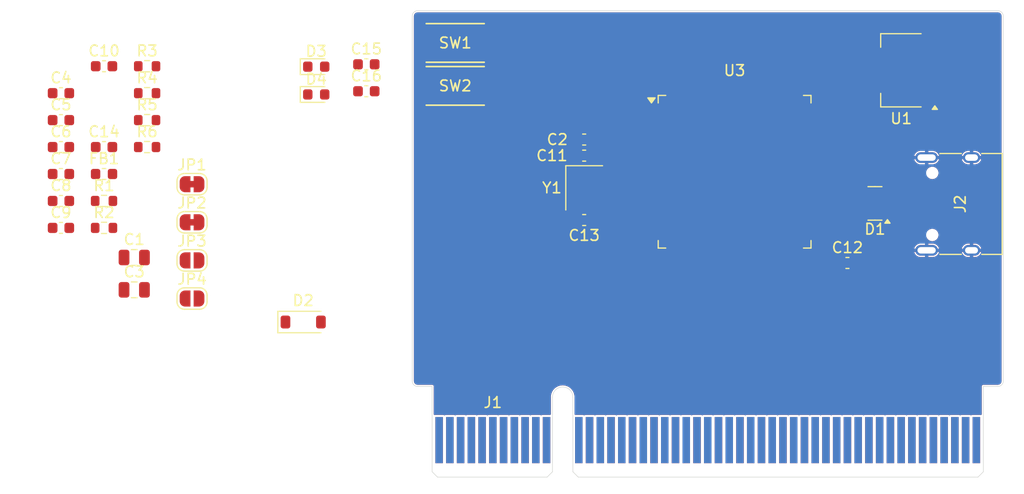
<source format=kicad_pcb>
(kicad_pcb (version 20241229) (generator "pcbnew") (generator_version "9.0")
  (layers (0 "F.Cu" signal) (4 "In1.Cu" signal) (6 "In2.Cu" signal) (2 "B.Cu" signal) (13 "F.Paste" user) (15 "B.Paste" user) (5 "F.SilkS" user "F.Silkscreen") (7 "B.SilkS" user "B.Silkscreen") (1 "F.Mask" user) (3 "B.Mask" user) (25 "Edge.Cuts" user))
  (net 0 "")
  (net 3 "Net-(U3-PH0)")
  (net 4 "Net-(U3-PH1)")
  (net 7 "Net-(U3-VCAP_1)")
  (net 11 "Net-(U3-VCAP_2)")
  (net 64 "+5V")
  (net 65 "GND")
  (net 66 "VBAT")
  (net 67 "+3V3")
  (net 68 "NRST")
  (net 69 "VA")
  (net 71 "PA11")
  (net 72 "PA12")
  (net 73 "VBUS")
  (net 74 "Net-(D3-K)")
  (net 75 "Net-(D4-K)")
  (net 76 "VDDA")
  (net 127 "Net-(J2-CC2)")
  (net 129 "Net-(J2-CC1)")
  (net 131 "HNRST")
  (net 132 "BO0")
  (net 133 "HBO0")
  (net 134 "PC13")
  (footprint "stm32world:USB_C_Receptacle_HRO_TYPE-C-31-M-12" (layer "F.Cu") (at 172.5 95 90)
    (property "Reference" "J2" (at 0 0 90) (layer "F.SilkS"))
    (property "Value" "TYPE-C-31-M-12")
    (pad "" np_thru_hole circle (at -2.89 -2.6 90) (size 0.65 0.65) (drill 0.65) (layers "*.Cu" "*.Mask"))
    (pad "" np_thru_hole circle (at 2.89 -2.6 90) (size 0.65 0.65) (drill 0.65) (layers "*.Cu" "*.Mask"))
    (pad "A1" smd rect (at -3.25 -4.045 90) (size 0.6 1.45) (layers "F.Cu" "F.Mask" "F.Paste") (net 65 "GND"))
    (pad "A4" smd rect (at -2.45 -4.045 90) (size 0.6 1.45) (layers "F.Cu" "F.Mask" "F.Paste") (net 73 "VBUS"))
    (pad "A5" smd rect (at -1.25 -4.045 90) (size 0.3 1.45) (layers "F.Cu" "F.Mask" "F.Paste") (net 129 "Net-(J2-CC1)"))
    (pad "A6" smd rect (at -0.25 -4.045 90) (size 0.3 1.45) (layers "F.Cu" "F.Mask" "F.Paste") (net 72 "PA12"))
    (pad "A7" smd rect (at 0.25 -4.045 90) (size 0.3 1.45) (layers "F.Cu" "F.Mask" "F.Paste") (net 71 "PA11"))
    (pad "A8" smd rect (at 1.25 -4.045 90) (size 0.3 1.45) (layers "F.Cu" "F.Mask" "F.Paste"))
    (pad "A9" smd rect (at 2.45 -4.045 90) (size 0.6 1.45) (layers "F.Cu" "F.Mask" "F.Paste") (net 73 "VBUS"))
    (pad "A12" smd rect (at 3.25 -4.045 90) (size 0.6 1.45) (layers "F.Cu" "F.Mask" "F.Paste") (net 65 "GND"))
    (pad "B1" smd rect (at 3.25 -4.045 90) (size 0.6 1.45) (layers "F.Cu" "F.Mask" "F.Paste") (net 65 "GND"))
    (pad "B4" smd rect (at 2.45 -4.045 90) (size 0.6 1.45) (layers "F.Cu" "F.Mask" "F.Paste") (net 73 "VBUS"))
    (pad "B5" smd rect (at 1.75 -4.045 90) (size 0.3 1.45) (layers "F.Cu" "F.Mask" "F.Paste") (net 127 "Net-(J2-CC2)"))
    (pad "B6" smd rect (at 0.75 -4.045 90) (size 0.3 1.45) (layers "F.Cu" "F.Mask" "F.Paste") (net 72 "PA12"))
    (pad "B7" smd rect (at -0.75 -4.045 90) (size 0.3 1.45) (layers "F.Cu" "F.Mask" "F.Paste") (net 71 "PA11"))
    (pad "B8" smd rect (at -1.75 -4.045 90) (size 0.3 1.45) (layers "F.Cu" "F.Mask" "F.Paste"))
    (pad "B9" smd rect (at -2.45 -4.045 90) (size 0.6 1.45) (layers "F.Cu" "F.Mask" "F.Paste") (net 73 "VBUS"))
    (pad "B12" smd rect (at -3.25 -4.045 90) (size 0.6 1.45) (layers "F.Cu" "F.Mask" "F.Paste") (net 65 "GND"))
    (pad "S1" thru_hole oval (at -4.32 -3.13 90) (size 1 2.1) (drill oval 0.6 1.7) (layers "*.Cu" "*.Mask") (net 65 "GND"))
    (pad "S1" thru_hole oval (at -4.32 1.05 90) (size 1 1.6) (drill oval 0.6 1.2) (layers "*.Cu" "*.Mask") (net 65 "GND"))
    (pad "S1" thru_hole oval (at 4.32 -3.13 90) (size 1 2.1) (drill oval 0.6 1.7) (layers "*.Cu" "*.Mask") (net 65 "GND"))
    (pad "S1" thru_hole oval (at 4.32 1.05 90) (size 1 1.6) (drill oval 0.6 1.2) (layers "*.Cu" "*.Mask") (net 65 "GND"))
  )
  (footprint "Capacitor_SMD:C_0603_1608Metric" (layer "F.Cu") (at 92.815 89.7)
    (property "Reference" "C14" (at 0 -1.43 0) (layer "F.SilkS"))
    (property "Value" "C_2.2UF_0603")
    (pad "1" smd roundrect (at -0.775 0) (size 0.9 0.95) (layers "F.Cu" "F.Mask" "F.Paste") (net 11 "Net-(U3-VCAP_2)"))
    (pad "2" smd roundrect (at 0.775 0) (size 0.9 0.95) (layers "F.Cu" "F.Mask" "F.Paste") (net 65 "GND"))
  )
  (footprint "Capacitor_SMD:C_0603_1608Metric" (layer "F.Cu") (at 137.5 90.5)
    (property "Reference" "C11" (at -3 0 0) (layer "F.SilkS"))
    (property "Value" "C_20PF_0603")
    (pad "1" smd roundrect (at -0.775 0) (size 0.9 0.95) (layers "F.Cu" "F.Mask" "F.Paste") (net 3 "Net-(U3-PH0)"))
    (pad "2" smd roundrect (at 0.775 0) (size 0.9 0.95) (layers "F.Cu" "F.Mask" "F.Paste") (net 65 "GND"))
  )
  (footprint "LED_SMD:LED_0603_1608Metric" (layer "F.Cu") (at 112.565 82.21)
    (property "Reference" "D3" (at 0 -1.43 0) (layer "F.SilkS"))
    (property "Value" "LED_GREEN_0603")
    (pad "1" smd roundrect (at -0.7875 0) (size 0.875 0.95) (layers "F.Cu" "F.Mask" "F.Paste") (net 74 "Net-(D3-K)"))
    (pad "2" smd roundrect (at 0.7875 0) (size 0.875 0.95) (layers "F.Cu" "F.Mask" "F.Paste") (net 67 "+3V3"))
  )
  (footprint "Capacitor_SMD:C_0805_2012Metric" (layer "F.Cu") (at 95.625 99.99)
    (property "Reference" "C1" (at 0 -1.68 0) (layer "F.SilkS"))
    (property "Value" "C_10UF_0805")
    (pad "1" smd roundrect (at -0.95 0) (size 1 1.45) (layers "F.Cu" "F.Mask" "F.Paste") (net 64 "+5V"))
    (pad "2" smd roundrect (at 0.95 0) (size 1 1.45) (layers "F.Cu" "F.Mask" "F.Paste") (net 65 "GND"))
  )
  (footprint "stm32world:STMW_Board" (layer "F.Cu") (at 124 117)
    (property "Reference" "J1" (at 5 -3.5 0) (layer "F.SilkS"))
    (property "Value" "~")
    (fp_line (start -2.5 -5.5) (end -2.5 -39.5) (stroke (width 0.05)) (layer "Edge.Cuts"))
    (fp_line (start -2 -40) (end 52 -40) (stroke (width 0.05)) (layer "Edge.Cuts"))
    (fp_line (start -0.65 -5) (end -2 -5) (stroke (width 0.05)) (layer "Edge.Cuts"))
    (fp_line (start -0.65 -5) (end -0.65 2.95) (stroke (width 0.05)) (layer "Edge.Cuts"))
    (fp_line (start -0.65 2.95) (end -0.15 3.45) (stroke (width 0.05)) (layer "Edge.Cuts"))
    (fp_line (start -0.15 3.45) (end 10.05 3.45) (stroke (width 0.05)) (layer "Edge.Cuts"))
    (fp_line (start 10.55 -4) (end 10.55 2.95) (stroke (width 0.05)) (layer "Edge.Cuts"))
    (fp_line (start 10.55 2.95) (end 10.05 3.45) (stroke (width 0.05)) (layer "Edge.Cuts"))
    (fp_line (start 12.45 -4) (end 12.45 2.95) (stroke (width 0.05)) (layer "Edge.Cuts"))
    (fp_line (start 12.45 2.95) (end 12.95 3.45) (stroke (width 0.05)) (layer "Edge.Cuts"))
    (fp_line (start 12.95 3.45) (end 50.15 3.45) (stroke (width 0.05)) (layer "Edge.Cuts"))
    (fp_line (start 50.65 -5) (end 50.65 2.95) (stroke (width 0.05)) (layer "Edge.Cuts"))
    (fp_line (start 50.65 -5) (end 52 -5) (stroke (width 0.05)) (layer "Edge.Cuts"))
    (fp_line (start 50.65 2.95) (end 50.15 3.45) (stroke (width 0.05)) (layer "Edge.Cuts"))
    (fp_line (start 52.5 -39.5) (end 52.5 -5.5) (stroke (width 0.05)) (layer "Edge.Cuts"))
    (fp_arc (start -2.5 -39.5) (mid -2.353553 -39.853553) (end -2 -40) (stroke (width 0.05)) (layer "Edge.Cuts"))
    (fp_arc (start -2 -5) (mid -2.353553 -5.146447) (end -2.5 -5.5) (stroke (width 0.05)) (layer "Edge.Cuts"))
    (fp_arc (start 10.55 -4) (mid 11.5 -4.95) (end 12.45 -4) (stroke (width 0.05)) (layer "Edge.Cuts"))
    (fp_arc (start 52 -40) (mid 52.353553 -39.853553) (end 52.5 -39.5) (stroke (width 0.05)) (layer "Edge.Cuts"))
    (fp_arc (start 52.5 -5.5) (mid 52.353553 -5.146447) (end 52 -5) (stroke (width 0.05)) (layer "Edge.Cuts"))
    (pad "A1" connect rect (at 0 0) (size 0.7 4.3) (layers "B.Cu" "B.Mask"))
    (pad "A2" connect rect (at 1 0) (size 0.7 4.3) (layers "B.Cu" "B.Mask"))
    (pad "A3" connect rect (at 2 0) (size 0.7 4.3) (layers "B.Cu" "B.Mask"))
    (pad "A4" connect rect (at 3 0) (size 0.7 4.3) (layers "B.Cu" "B.Mask"))
    (pad "A5" connect rect (at 4 0) (size 0.7 4.3) (layers "B.Cu" "B.Mask"))
    (pad "A6" connect rect (at 5 0) (size 0.7 4.3) (layers "B.Cu" "B.Mask"))
    (pad "A7" connect rect (at 6 0) (size 0.7 4.3) (layers "B.Cu" "B.Mask"))
    (pad "A8" connect rect (at 7 0) (size 0.7 4.3) (layers "B.Cu" "B.Mask"))
    (pad "A9" connect rect (at 8 0) (size 0.7 4.3) (layers "B.Cu" "B.Mask"))
    (pad "A10" connect rect (at 9 0) (size 0.7 4.3) (layers "B.Cu" "B.Mask"))
    (pad "A11" connect rect (at 10 0) (size 0.7 4.3) (layers "B.Cu" "B.Mask"))
    (pad "A12" connect rect (at 13 0) (size 0.7 4.3) (layers "B.Cu" "B.Mask"))
    (pad "A13" connect rect (at 14 0) (size 0.7 4.3) (layers "B.Cu" "B.Mask"))
    (pad "A14" connect rect (at 15 0) (size 0.7 4.3) (layers "B.Cu" "B.Mask"))
    (pad "A15" connect rect (at 16 0) (size 0.7 4.3) (layers "B.Cu" "B.Mask"))
    (pad "A16" connect rect (at 17 0) (size 0.7 4.3) (layers "B.Cu" "B.Mask"))
    (pad "A17" connect rect (at 18 0) (size 0.7 4.3) (layers "B.Cu" "B.Mask"))
    (pad "A18" connect rect (at 19 0) (size 0.7 4.3) (layers "B.Cu" "B.Mask"))
    (pad "A19" connect rect (at 20 0) (size 0.7 4.3) (layers "B.Cu" "B.Mask"))
    (pad "A20" connect rect (at 21 0) (size 0.7 4.3) (layers "B.Cu" "B.Mask"))
    (pad "A21" connect rect (at 22 0) (size 0.7 4.3) (layers "B.Cu" "B.Mask"))
    (pad "A22" connect rect (at 23 0) (size 0.7 4.3) (layers "B.Cu" "B.Mask"))
    (pad "A23" connect rect (at 24 0) (size 0.7 4.3) (layers "B.Cu" "B.Mask"))
    (pad "A24" connect rect (at 25 0) (size 0.7 4.3) (layers "B.Cu" "B.Mask"))
    (pad "A25" connect rect (at 26 0) (size 0.7 4.3) (layers "B.Cu" "B.Mask"))
    (pad "A26" connect rect (at 27 0) (size 0.7 4.3) (layers "B.Cu" "B.Mask"))
    (pad "A27" connect rect (at 28 0) (size 0.7 4.3) (layers "B.Cu" "B.Mask"))
    (pad "A28" connect rect (at 29 0) (size 0.7 4.3) (layers "B.Cu" "B.Mask"))
    (pad "A29" connect rect (at 30 0) (size 0.7 4.3) (layers "B.Cu" "B.Mask"))
    (pad "A30" connect rect (at 31 0) (size 0.7 4.3) (layers "B.Cu" "B.Mask"))
    (pad "A31" connect rect (at 32 0) (size 0.7 4.3) (layers "B.Cu" "B.Mask"))
    (pad "A32" connect rect (at 33 0) (size 0.7 4.3) (layers "B.Cu" "B.Mask"))
    (pad "A33" connect rect (at 34 0) (size 0.7 4.3) (layers "B.Cu" "B.Mask"))
    (pad "A34" connect rect (at 35 0) (size 0.7 4.3) (layers "B.Cu" "B.Mask"))
    (pad "A35" connect rect (at 36 0) (size 0.7 4.3) (layers "B.Cu" "B.Mask"))
    (pad "A36" connect rect (at 37 0) (size 0.7 4.3) (layers "B.Cu" "B.Mask"))
    (pad "A37" connect rect (at 38 0) (size 0.7 4.3) (layers "B.Cu" "B.Mask"))
    (pad "A38" connect rect (at 39 0) (size 0.7 4.3) (layers "B.Cu" "B.Mask"))
    (pad "A39" connect rect (at 40 0) (size 0.7 4.3) (layers "B.Cu" "B.Mask"))
    (pad "A40" connect rect (at 41 0) (size 0.7 4.3) (layers "B.Cu" "B.Mask"))
    (pad "A41" connect rect (at 42 0) (size 0.7 4.3) (layers "B.Cu" "B.Mask"))
    (pad "A42" connect rect (at 43 0) (size 0.7 4.3) (layers "B.Cu" "B.Mask"))
    (pad "A43" connect rect (at 44 0) (size 0.7 4.3) (layers "B.Cu" "B.Mask"))
    (pad "A44" connect rect (at 45 0) (size 0.7 4.3) (layers "B.Cu" "B.Mask"))
    (pad "A45" connect rect (at 46 0) (size 0.7 4.3) (layers "B.Cu" "B.Mask"))
    (pad "A46" connect rect (at 47 0) (size 0.7 4.3) (layers "B.Cu" "B.Mask"))
    (pad "A47" connect rect (at 48 0) (size 0.7 4.3) (layers "B.Cu" "B.Mask"))
    (pad "A48" connect rect (at 49 0) (size 0.7 4.3) (layers "B.Cu" "B.Mask"))
    (pad "A49" connect rect (at 50 0) (size 0.7 4.3) (layers "B.Cu" "B.Mask"))
    (pad "B1" connect rect (at 0 0) (size 0.7 4.3) (layers "F.Cu" "F.Mask"))
    (pad "B2" connect rect (at 1 0) (size 0.7 4.3) (layers "F.Cu" "F.Mask"))
    (pad "B3" connect rect (at 2 0) (size 0.7 4.3) (layers "F.Cu" "F.Mask"))
    (pad "B4" connect rect (at 3 0) (size 0.7 4.3) (layers "F.Cu" "F.Mask"))
    (pad "B5" connect rect (at 4 0) (size 0.7 4.3) (layers "F.Cu" "F.Mask"))
    (pad "B6" connect rect (at 5 0) (size 0.7 4.3) (layers "F.Cu" "F.Mask"))
    (pad "B7" connect rect (at 6 0) (size 0.7 4.3) (layers "F.Cu" "F.Mask"))
    (pad "B8" connect rect (at 7 0) (size 0.7 4.3) (layers "F.Cu" "F.Mask"))
    (pad "B9" connect rect (at 8 0) (size 0.7 4.3) (layers "F.Cu" "F.Mask"))
    (pad "B10" connect rect (at 9 0) (size 0.7 4.3) (layers "F.Cu" "F.Mask"))
    (pad "B11" connect rect (at 10 0) (size 0.7 4.3) (layers "F.Cu" "F.Mask"))
    (pad "B12" connect rect (at 13 0) (size 0.7 4.3) (layers "F.Cu" "F.Mask"))
    (pad "B13" connect rect (at 14 0) (size 0.7 4.3) (layers "F.Cu" "F.Mask"))
    (pad "B14" connect rect (at 15 0) (size 0.7 4.3) (layers "F.Cu" "F.Mask"))
    (pad "B15" connect rect (at 16 0) (size 0.7 4.3) (layers "F.Cu" "F.Mask"))
    (pad "B16" connect rect (at 17 0) (size 0.7 4.3) (layers "F.Cu" "F.Mask"))
    (pad "B17" connect rect (at 18 0) (size 0.7 4.3) (layers "F.Cu" "F.Mask"))
    (pad "B18" connect rect (at 19 0) (size 0.7 4.3) (layers "F.Cu" "F.Mask"))
    (pad "B19" connect rect (at 20 0) (size 0.7 4.3) (layers "F.Cu" "F.Mask"))
    (pad "B20" connect rect (at 21 0) (size 0.7 4.3) (layers "F.Cu" "F.Mask"))
    (pad "B21" connect rect (at 22 0) (size 0.7 4.3) (layers "F.Cu" "F.Mask"))
    (pad "B22" connect rect (at 23 0) (size 0.7 4.3) (layers "F.Cu" "F.Mask"))
    (pad "B23" connect rect (at 24 0) (size 0.7 4.3) (layers "F.Cu" "F.Mask"))
    (pad "B24" connect rect (at 25 0) (size 0.7 4.3) (layers "F.Cu" "F.Mask"))
    (pad "B25" connect rect (at 26 0) (size 0.7 4.3) (layers "F.Cu" "F.Mask"))
    (pad "B26" connect rect (at 27 0) (size 0.7 4.3) (layers "F.Cu" "F.Mask"))
    (pad "B27" connect rect (at 28 0) (size 0.7 4.3) (layers "F.Cu" "F.Mask"))
    (pad "B28" connect rect (at 29 0) (size 0.7 4.3) (layers "F.Cu" "F.Mask"))
    (pad "B29" connect rect (at 30 0) (size 0.7 4.3) (layers "F.Cu" "F.Mask"))
    (pad "B30" connect rect (at 31 0) (size 0.7 4.3) (layers "F.Cu" "F.Mask"))
    (pad "B31" connect rect (at 32 0) (size 0.7 4.3) (layers "F.Cu" "F.Mask"))
    (pad "B32" connect rect (at 33 0) (size 0.7 4.3) (layers "F.Cu" "F.Mask"))
    (pad "B33" connect rect (at 34 0) (size 0.7 4.3) (layers "F.Cu" "F.Mask"))
    (pad "B34" connect rect (at 35 0) (size 0.7 4.3) (layers "F.Cu" "F.Mask"))
    (pad "B35" connect rect (at 36 0) (size 0.7 4.3) (layers "F.Cu" "F.Mask"))
    (pad "B36" connect rect (at 37 0) (size 0.7 4.3) (layers "F.Cu" "F.Mask"))
    (pad "B37" connect rect (at 38 0) (size 0.7 4.3) (layers "F.Cu" "F.Mask"))
    (pad "B38" connect rect (at 39 0) (size 0.7 4.3) (layers "F.Cu" "F.Mask"))
    (pad "B39" connect rect (at 40 0) (size 0.7 4.3) (layers "F.Cu" "F.Mask"))
    (pad "B40" connect rect (at 41 0) (size 0.7 4.3) (layers "F.Cu" "F.Mask"))
    (pad "B41" connect rect (at 42 0) (size 0.7 4.3) (layers "F.Cu" "F.Mask"))
    (pad "B42" connect rect (at 43 0) (size 0.7 4.3) (layers "F.Cu" "F.Mask"))
    (pad "B43" connect rect (at 44 0) (size 0.7 4.3) (layers "F.Cu" "F.Mask"))
    (pad "B44" connect rect (at 45 0) (size 0.7 4.3) (layers "F.Cu" "F.Mask"))
    (pad "B45" connect rect (at 46 0) (size 0.7 4.3) (layers "F.Cu" "F.Mask"))
    (pad "B46" connect rect (at 47 0) (size 0.7 4.3) (layers "F.Cu" "F.Mask"))
    (pad "B47" connect rect (at 48 0) (size 0.7 4.3) (layers "F.Cu" "F.Mask"))
    (pad "B48" connect rect (at 49 0) (size 0.7 4.3) (layers "F.Cu" "F.Mask"))
    (pad "B49" connect rect (at 50 0) (size 0.7 4.3) (layers "F.Cu" "F.Mask"))
  )
  (footprint "Package_TO_SOT_SMD:SOT-23" (layer "F.Cu") (at 164.5625 94.95 180)
    (property "Reference" "D1" (at 0 -2.4 0) (layer "F.SilkS"))
    (property "Value" "PSM712")
    (pad "1" smd roundrect (at -0.9375 -0.95 180) (size 1.475 0.6) (layers "F.Cu" "F.Mask" "F.Paste") (net 71 "PA11"))
    (pad "2" smd roundrect (at -0.9375 0.95 180) (size 1.475 0.6) (layers "F.Cu" "F.Mask" "F.Paste") (net 72 "PA12"))
    (pad "3" smd roundrect (at 0.9375 0 180) (size 1.475 0.6) (layers "F.Cu" "F.Mask" "F.Paste") (net 65 "GND"))
  )
  (footprint "Jumper:SolderJumper-2_P1.3mm_Open_RoundedPad1.0x1.5mm" (layer "F.Cu") (at 101.005 100.26)
    (property "Reference" "JP3" (at 0 -1.8 0) (layer "F.SilkS"))
    (property "Value" "SolderJumper_2_Open")
    (pad "1" smd custom (at -0.65 0) (size 1 0.5) (layers "F.Cu" "F.Mask") (net 68 "NRST") (options (clearance outline) (anchor rect)) (primitives (gr_circle (center 0 0.25) (end 0.5 0.25) (width 0) (fill yes)) (gr_circle (center 0 -0.25) (end 0.5 -0.25) (width 0) (fill yes)) (gr_poly (pts (xy 0.5 0.75) (xy 0 0.75) (xy 0 -0.75) (xy 0.5 -0.75)) (width 0) (fill yes))))
    (pad "2" smd custom (at 0.65 0) (size 1 0.5) (layers "F.Cu" "F.Mask") (net 131 "HNRST") (options (clearance outline) (anchor rect)) (primitives (gr_circle (center 0 0.25) (end 0.5 0.25) (width 0) (fill yes)) (gr_circle (center 0 -0.25) (end 0.5 -0.25) (width 0) (fill yes)) (gr_poly (pts (xy 0 0.75) (xy -0.5 0.75) (xy -0.5 -0.75) (xy 0 -0.75)) (width 0) (fill yes))))
  )
  (footprint "Resistor_SMD:R_0603_1608Metric" (layer "F.Cu") (at 92.815 94.72)
    (property "Reference" "R1" (at 0 -1.43 0) (layer "F.SilkS"))
    (property "Value" "R_5.1K_0603")
    (pad "1" smd roundrect (at -0.825 0) (size 0.8 0.95) (layers "F.Cu" "F.Mask" "F.Paste") (net 65 "GND"))
    (pad "2" smd roundrect (at 0.825 0) (size 0.8 0.95) (layers "F.Cu" "F.Mask" "F.Paste") (net 129 "Net-(J2-CC1)"))
  )
  (footprint "Package_QFP:LQFP-100_14x14mm_P0.5mm" (layer "F.Cu") (at 151.5 92)
    (property "Reference" "U3" (at 0 -9.43 0) (layer "F.SilkS"))
    (property "Value" "STM32F407VETx")
    (pad "1" smd roundrect (at -7.675 -6) (size 1.6 0.3) (layers "F.Cu" "F.Mask" "F.Paste"))
    (pad "2" smd roundrect (at -7.675 -5.5) (size 1.6 0.3) (layers "F.Cu" "F.Mask" "F.Paste"))
    (pad "3" smd roundrect (at -7.675 -5) (size 1.6 0.3) (layers "F.Cu" "F.Mask" "F.Paste"))
    (pad "4" smd roundrect (at -7.675 -4.5) (size 1.6 0.3) (layers "F.Cu" "F.Mask" "F.Paste"))
    (pad "5" smd roundrect (at -7.675 -4) (size 1.6 0.3) (layers "F.Cu" "F.Mask" "F.Paste"))
    (pad "6" smd roundrect (at -7.675 -3.5) (size 1.6 0.3) (layers "F.Cu" "F.Mask" "F.Paste") (net 66 "VBAT"))
    (pad "7" smd roundrect (at -7.675 -3) (size 1.6 0.3) (layers "F.Cu" "F.Mask" "F.Paste"))
    (pad "8" smd roundrect (at -7.675 -2.5) (size 1.6 0.3) (layers "F.Cu" "F.Mask" "F.Paste"))
    (pad "9" smd roundrect (at -7.675 -2) (size 1.6 0.3) (layers "F.Cu" "F.Mask" "F.Paste"))
    (pad "10" smd roundrect (at -7.675 -1.5) (size 1.6 0.3) (layers "F.Cu" "F.Mask" "F.Paste") (net 65 "GND"))
    (pad "11" smd roundrect (at -7.675 -1) (size 1.6 0.3) (layers "F.Cu" "F.Mask" "F.Paste") (net 67 "+3V3"))
    (pad "12" smd roundrect (at -7.675 -0.5) (size 1.6 0.3) (layers "F.Cu" "F.Mask" "F.Paste") (net 3 "Net-(U3-PH0)"))
    (pad "13" smd roundrect (at -7.675 0) (size 1.6 0.3) (layers "F.Cu" "F.Mask" "F.Paste") (net 4 "Net-(U3-PH1)"))
    (pad "14" smd roundrect (at -7.675 0.5) (size 1.6 0.3) (layers "F.Cu" "F.Mask" "F.Paste") (net 68 "NRST"))
    (pad "15" smd roundrect (at -7.675 1) (size 1.6 0.3) (layers "F.Cu" "F.Mask" "F.Paste"))
    (pad "16" smd roundrect (at -7.675 1.5) (size 1.6 0.3) (layers "F.Cu" "F.Mask" "F.Paste"))
    (pad "17" smd roundrect (at -7.675 2) (size 1.6 0.3) (layers "F.Cu" "F.Mask" "F.Paste"))
    (pad "18" smd roundrect (at -7.675 2.5) (size 1.6 0.3) (layers "F.Cu" "F.Mask" "F.Paste"))
    (pad "19" smd roundrect (at -7.675 3) (size 1.6 0.3) (layers "F.Cu" "F.Mask" "F.Paste") (net 67 "+3V3"))
    (pad "20" smd roundrect (at -7.675 3.5) (size 1.6 0.3) (layers "F.Cu" "F.Mask" "F.Paste") (net 65 "GND"))
    (pad "21" smd roundrect (at -7.675 4) (size 1.6 0.3) (layers "F.Cu" "F.Mask" "F.Paste"))
    (pad "22" smd roundrect (at -7.675 4.5) (size 1.6 0.3) (layers "F.Cu" "F.Mask" "F.Paste") (net 69 "VA"))
    (pad "23" smd roundrect (at -7.675 5) (size 1.6 0.3) (layers "F.Cu" "F.Mask" "F.Paste"))
    (pad "24" smd roundrect (at -7.675 5.5) (size 1.6 0.3) (layers "F.Cu" "F.Mask" "F.Paste"))
    (pad "25" smd roundrect (at -7.675 6) (size 1.6 0.3) (layers "F.Cu" "F.Mask" "F.Paste"))
    (pad "26" smd roundrect (at -6 7.675) (size 0.3 1.6) (layers "F.Cu" "F.Mask" "F.Paste"))
    (pad "27" smd roundrect (at -5.5 7.675) (size 0.3 1.6) (layers "F.Cu" "F.Mask" "F.Paste") (net 65 "GND"))
    (pad "28" smd roundrect (at -5 7.675) (size 0.3 1.6) (layers "F.Cu" "F.Mask" "F.Paste") (net 67 "+3V3"))
    (pad "29" smd roundrect (at -4.5 7.675) (size 0.3 1.6) (layers "F.Cu" "F.Mask" "F.Paste"))
    (pad "30" smd roundrect (at -4 7.675) (size 0.3 1.6) (layers "F.Cu" "F.Mask" "F.Paste"))
    (pad "31" smd roundrect (at -3.5 7.675) (size 0.3 1.6) (layers "F.Cu" "F.Mask" "F.Paste"))
    (pad "32" smd roundrect (at -3 7.675) (size 0.3 1.6) (layers "F.Cu" "F.Mask" "F.Paste"))
    (pad "33" smd roundrect (at -2.5 7.675) (size 0.3 1.6) (layers "F.Cu" "F.Mask" "F.Paste"))
    (pad "34" smd roundrect (at -2 7.675) (size 0.3 1.6) (layers "F.Cu" "F.Mask" "F.Paste"))
    (pad "35" smd roundrect (at -1.5 7.675) (size 0.3 1.6) (layers "F.Cu" "F.Mask" "F.Paste"))
    (pad "36" smd roundrect (at -1 7.675) (size 0.3 1.6) (layers "F.Cu" "F.Mask" "F.Paste"))
    (pad "37" smd roundrect (at -0.5 7.675) (size 0.3 1.6) (layers "F.Cu" "F.Mask" "F.Paste"))
    (pad "38" smd roundrect (at 0 7.675) (size 0.3 1.6) (layers "F.Cu" "F.Mask" "F.Paste"))
    (pad "39" smd roundrect (at 0.5 7.675) (size 0.3 1.6) (layers "F.Cu" "F.Mask" "F.Paste"))
    (pad "40" smd roundrect (at 1 7.675) (size 0.3 1.6) (layers "F.Cu" "F.Mask" "F.Paste"))
    (pad "41" smd roundrect (at 1.5 7.675) (size 0.3 1.6) (layers "F.Cu" "F.Mask" "F.Paste"))
    (pad "42" smd roundrect (at 2 7.675) (size 0.3 1.6) (layers "F.Cu" "F.Mask" "F.Paste"))
    (pad "43" smd roundrect (at 2.5 7.675) (size 0.3 1.6) (layers "F.Cu" "F.Mask" "F.Paste"))
    (pad "44" smd roundrect (at 3 7.675) (size 0.3 1.6) (layers "F.Cu" "F.Mask" "F.Paste"))
    (pad "45" smd roundrect (at 3.5 7.675) (size 0.3 1.6) (layers "F.Cu" "F.Mask" "F.Paste"))
    (pad "46" smd roundrect (at 4 7.675) (size 0.3 1.6) (layers "F.Cu" "F.Mask" "F.Paste"))
    (pad "47" smd roundrect (at 4.5 7.675) (size 0.3 1.6) (layers "F.Cu" "F.Mask" "F.Paste"))
    (pad "48" smd roundrect (at 5 7.675) (size 0.3 1.6) (layers "F.Cu" "F.Mask" "F.Paste"))
    (pad "49" smd roundrect (at 5.5 7.675) (size 0.3 1.6) (layers "F.Cu" "F.Mask" "F.Paste") (net 7 "Net-(U3-VCAP_1)"))
    (pad "50" smd roundrect (at 6 7.675) (size 0.3 1.6) (layers "F.Cu" "F.Mask" "F.Paste") (net 67 "+3V3"))
    (pad "51" smd roundrect (at 7.675 6) (size 1.6 0.3) (layers "F.Cu" "F.Mask" "F.Paste"))
    (pad "52" smd roundrect (at 7.675 5.5) (size 1.6 0.3) (layers "F.Cu" "F.Mask" "F.Paste"))
    (pad "53" smd roundrect (at 7.675 5) (size 1.6 0.3) (layers "F.Cu" "F.Mask" "F.Paste"))
    (pad "54" smd roundrect (at 7.675 4.5) (size 1.6 0.3) (layers "F.Cu" "F.Mask" "F.Paste"))
    (pad "55" smd roundrect (at 7.675 4) (size 1.6 0.3) (layers "F.Cu" "F.Mask" "F.Paste"))
    (pad "56" smd roundrect (at 7.675 3.5) (size 1.6 0.3) (layers "F.Cu" "F.Mask" "F.Paste"))
    (pad "57" smd roundrect (at 7.675 3) (size 1.6 0.3) (layers "F.Cu" "F.Mask" "F.Paste"))
    (pad "58" smd roundrect (at 7.675 2.5) (size 1.6 0.3) (layers "F.Cu" "F.Mask" "F.Paste"))
    (pad "59" smd roundrect (at 7.675 2) (size 1.6 0.3) (layers "F.Cu" "F.Mask" "F.Paste"))
    (pad "60" smd roundrect (at 7.675 1.5) (size 1.6 0.3) (layers "F.Cu" "F.Mask" "F.Paste"))
    (pad "61" smd roundrect (at 7.675 1) (size 1.6 0.3) (layers "F.Cu" "F.Mask" "F.Paste"))
    (pad "62" smd roundrect (at 7.675 0.5) (size 1.6 0.3) (layers "F.Cu" "F.Mask" "F.Paste"))
    (pad "63" smd roundrect (at 7.675 0) (size 1.6 0.3) (layers "F.Cu" "F.Mask" "F.Paste"))
    (pad "64" smd roundrect (at 7.675 -0.5) (size 1.6 0.3) (layers "F.Cu" "F.Mask" "F.Paste"))
    (pad "65" smd roundrect (at 7.675 -1) (size 1.6 0.3) (layers "F.Cu" "F.Mask" "F.Paste"))
    (pad "66" smd roundrect (at 7.675 -1.5) (size 1.6 0.3) (layers "F.Cu" "F.Mask" "F.Paste"))
    (pad "67" smd roundrect (at 7.675 -2) (size 1.6 0.3) (layers "F.Cu" "F.Mask" "F.Paste"))
    (pad "68" smd roundrect (at 7.675 -2.5) (size 1.6 0.3) (layers "F.Cu" "F.Mask" "F.Paste"))
    (pad "69" smd roundrect (at 7.675 -3) (size 1.6 0.3) (layers "F.Cu" "F.Mask" "F.Paste"))
    (pad "70" smd roundrect (at 7.675 -3.5) (size 1.6 0.3) (layers "F.Cu" "F.Mask" "F.Paste") (net 71 "PA11"))
    (pad "71" smd roundrect (at 7.675 -4) (size 1.6 0.3) (layers "F.Cu" "F.Mask" "F.Paste") (net 72 "PA12"))
    (pad "72" smd roundrect (at 7.675 -4.5) (size 1.6 0.3) (layers "F.Cu" "F.Mask" "F.Paste"))
    (pad "73" smd roundrect (at 7.675 -5) (size 1.6 0.3) (layers "F.Cu" "F.Mask" "F.Paste") (net 11 "Net-(U3-VCAP_2)"))
    (pad "74" smd roundrect (at 7.675 -5.5) (size 1.6 0.3) (layers "F.Cu" "F.Mask" "F.Paste") (net 65 "GND"))
    (pad "75" smd roundrect (at 7.675 -6) (size 1.6 0.3) (layers "F.Cu" "F.Mask" "F.Paste") (net 67 "+3V3"))
    (pad "76" smd roundrect (at 6 -7.675) (size 0.3 1.6) (layers "F.Cu" "F.Mask" "F.Paste"))
    (pad "77" smd roundrect (at 5.5 -7.675) (size 0.3 1.6) (layers "F.Cu" "F.Mask" "F.Paste"))
    (pad "78" smd roundrect (at 5 -7.675) (size 0.3 1.6) (layers "F.Cu" "F.Mask" "F.Paste"))
    (pad "79" smd roundrect (at 4.5 -7.675) (size 0.3 1.6) (layers "F.Cu" "F.Mask" "F.Paste"))
    (pad "80" smd roundrect (at 4 -7.675) (size 0.3 1.6) (layers "F.Cu" "F.Mask" "F.Paste"))
    (pad "81" smd roundrect (at 3.5 -7.675) (size 0.3 1.6) (layers "F.Cu" "F.Mask" "F.Paste"))
    (pad "82" smd roundrect (at 3 -7.675) (size 0.3 1.6) (layers "F.Cu" "F.Mask" "F.Paste"))
    (pad "83" smd roundrect (at 2.5 -7.675) (size 0.3 1.6) (layers "F.Cu" "F.Mask" "F.Paste"))
    (pad "84" smd roundrect (at 2 -7.675) (size 0.3 1.6) (layers "F.Cu" "F.Mask" "F.Paste"))
    (pad "85" smd roundrect (at 1.5 -7.675) (size 0.3 1.6) (layers "F.Cu" "F.Mask" "F.Paste"))
    (pad "86" smd roundrect (at 1 -7.675) (size 0.3 1.6) (layers "F.Cu" "F.Mask" "F.Paste"))
    (pad "87" smd roundrect (at 0.5 -7.675) (size 0.3 1.6) (layers "F.Cu" "F.Mask" "F.Paste"))
    (pad "88" smd roundrect (at 0 -7.675) (size 0.3 1.6) (layers "F.Cu" "F.Mask" "F.Paste"))
    (pad "89" smd roundrect (at -0.5 -7.675) (size 0.3 1.6) (layers "F.Cu" "F.Mask" "F.Paste"))
    (pad "90" smd roundrect (at -1 -7.675) (size 0.3 1.6) (layers "F.Cu" "F.Mask" "F.Paste"))
    (pad "91" smd roundrect (at -1.5 -7.675) (size 0.3 1.6) (layers "F.Cu" "F.Mask" "F.Paste"))
    (pad "92" smd roundrect (at -2 -7.675) (size 0.3 1.6) (layers "F.Cu" "F.Mask" "F.Paste"))
    (pad "93" smd roundrect (at -2.5 -7.675) (size 0.3 1.6) (layers "F.Cu" "F.Mask" "F.Paste"))
    (pad "94" smd roundrect (at -3 -7.675) (size 0.3 1.6) (layers "F.Cu" "F.Mask" "F.Paste") (net 132 "BO0"))
    (pad "95" smd roundrect (at -3.5 -7.675) (size 0.3 1.6) (layers "F.Cu" "F.Mask" "F.Paste"))
    (pad "96" smd roundrect (at -4 -7.675) (size 0.3 1.6) (layers "F.Cu" "F.Mask" "F.Paste"))
    (pad "97" smd roundrect (at -4.5 -7.675) (size 0.3 1.6) (layers "F.Cu" "F.Mask" "F.Paste"))
    (pad "98" smd roundrect (at -5 -7.675) (size 0.3 1.6) (layers "F.Cu" "F.Mask" "F.Paste"))
    (pad "99" smd roundrect (at -5.5 -7.675) (size 0.3 1.6) (layers "F.Cu" "F.Mask" "F.Paste") (net 65 "GND"))
    (pad "100" smd roundrect (at -6 -7.675) (size 0.3 1.6) (layers "F.Cu" "F.Mask" "F.Paste") (net 67 "+3V3"))
  )
  (footprint "Resistor_SMD:R_0603_1608Metric" (layer "F.Cu") (at 96.825 82.17)
    (property "Reference" "R3" (at 0 -1.43 0) (layer "F.SilkS"))
    (property "Value" "R_10K_0603")
    (pad "1" smd roundrect (at -0.825 0) (size 0.8 0.95) (layers "F.Cu" "F.Mask" "F.Paste") (net 67 "+3V3"))
    (pad "2" smd roundrect (at 0.825 0) (size 0.8 0.95) (layers "F.Cu" "F.Mask" "F.Paste") (net 68 "NRST"))
  )
  (footprint "Resistor_SMD:R_0603_1608Metric" (layer "F.Cu") (at 92.815 97.23)
    (property "Reference" "R2" (at 0 -1.43 0) (layer "F.SilkS"))
    (property "Value" "R_5.1K_0603")
    (pad "1" smd roundrect (at -0.825 0) (size 0.8 0.95) (layers "F.Cu" "F.Mask" "F.Paste") (net 65 "GND"))
    (pad "2" smd roundrect (at 0.825 0) (size 0.8 0.95) (layers "F.Cu" "F.Mask" "F.Paste") (net 127 "Net-(J2-CC2)"))
  )
  (footprint "Crystal:Crystal_SMD_3225-4Pin_3.2x2.5mm" (layer "F.Cu") (at 137.5 93.5 -90)
    (property "Reference" "Y1" (at 0 3 180) (layer "F.SilkS"))
    (property "Value" "X_16MHZ")
    (pad "1" smd roundrect (at -1.1 0.85 270) (size 1.4 1.2) (layers "F.Cu" "F.Mask" "F.Paste") (roundrect_rratio 0.208333) (net 3 "Net-(U3-PH0)"))
    (pad "2" smd roundrect (at 1.1 0.85 270) (size 1.4 1.2) (layers "F.Cu" "F.Mask" "F.Paste") (roundrect_rratio 0.208333) (net 65 "GND"))
    (pad "3" smd roundrect (at 1.1 -0.85 270) (size 1.4 1.2) (layers "F.Cu" "F.Mask" "F.Paste") (roundrect_rratio 0.208333) (net 4 "Net-(U3-PH1)"))
    (pad "4" smd roundrect (at -1.1 -0.85 270) (size 1.4 1.2) (layers "F.Cu" "F.Mask" "F.Paste") (roundrect_rratio 0.208333) (net 65 "GND"))
  )
  (footprint "Resistor_SMD:R_0603_1608Metric" (layer "F.Cu") (at 96.825 87.19)
    (property "Reference" "R5" (at 0 -1.43 0) (layer "F.SilkS"))
    (property "Value" "R_220_0603")
    (pad "1" smd roundrect (at -0.825 0) (size 0.8 0.95) (layers "F.Cu" "F.Mask" "F.Paste") (net 74 "Net-(D3-K)"))
    (pad "2" smd roundrect (at 0.825 0) (size 0.8 0.95) (layers "F.Cu" "F.Mask" "F.Paste") (net 65 "GND"))
  )
  (footprint "Capacitor_SMD:C_0603_1608Metric" (layer "F.Cu") (at 137.5 89 180)
    (property "Reference" "C2" (at 2.5 0 0) (layer "F.SilkS"))
    (property "Value" "C_100NF_0603")
    (pad "1" smd roundrect (at -0.775 0 180) (size 0.9 0.95) (layers "F.Cu" "F.Mask" "F.Paste") (net 66 "VBAT"))
    (pad "2" smd roundrect (at 0.775 0 180) (size 0.9 0.95) (layers "F.Cu" "F.Mask" "F.Paste") (net 65 "GND"))
  )
  (footprint "Capacitor_SMD:C_0603_1608Metric" (layer "F.Cu") (at 88.805 97.23)
    (property "Reference" "C9" (at 0 -1.43 0) (layer "F.SilkS"))
    (property "Value" "C_100NF_0603")
    (pad "1" smd roundrect (at -0.775 0) (size 0.9 0.95) (layers "F.Cu" "F.Mask" "F.Paste") (net 69 "VA"))
    (pad "2" smd roundrect (at 0.775 0) (size 0.9 0.95) (layers "F.Cu" "F.Mask" "F.Paste") (net 65 "GND"))
  )
  (footprint "Capacitor_SMD:C_0603_1608Metric" (layer "F.Cu") (at 88.805 89.7)
    (property "Reference" "C6" (at 0 -1.43 0) (layer "F.SilkS"))
    (property "Value" "C_100NF_0603")
    (pad "1" smd roundrect (at -0.775 0) (size 0.9 0.95) (layers "F.Cu" "F.Mask" "F.Paste") (net 68 "NRST"))
    (pad "2" smd roundrect (at 0.775 0) (size 0.9 0.95) (layers "F.Cu" "F.Mask" "F.Paste") (net 65 "GND"))
  )
  (footprint "Resistor_SMD:R_0603_1608Metric" (layer "F.Cu") (at 96.825 89.7)
    (property "Reference" "R6" (at 0 -1.43 0) (layer "F.SilkS"))
    (property "Value" "R_220_0603")
    (pad "1" smd roundrect (at -0.825 0) (size 0.8 0.95) (layers "F.Cu" "F.Mask" "F.Paste") (net 75 "Net-(D4-K)"))
    (pad "2" smd roundrect (at 0.825 0) (size 0.8 0.95) (layers "F.Cu" "F.Mask" "F.Paste") (net 134 "PC13"))
  )
  (footprint "Capacitor_SMD:C_0603_1608Metric" (layer "F.Cu") (at 92.815 82.17)
    (property "Reference" "C10" (at 0 -1.43 0) (layer "F.SilkS"))
    (property "Value" "C_100NF_0603")
    (pad "1" smd roundrect (at -0.775 0) (size 0.9 0.95) (layers "F.Cu" "F.Mask" "F.Paste") (net 67 "+3V3"))
    (pad "2" smd roundrect (at 0.775 0) (size 0.9 0.95) (layers "F.Cu" "F.Mask" "F.Paste") (net 65 "GND"))
  )
  (footprint "Capacitor_SMD:C_0603_1608Metric" (layer "F.Cu") (at 137.5 96.5 180)
    (property "Reference" "C13" (at 0 -1.43 0) (layer "F.SilkS"))
    (property "Value" "C_20PF_0603")
    (pad "1" smd roundrect (at -0.775 0 180) (size 0.9 0.95) (layers "F.Cu" "F.Mask" "F.Paste") (net 4 "Net-(U3-PH1)"))
    (pad "2" smd roundrect (at 0.775 0 180) (size 0.9 0.95) (layers "F.Cu" "F.Mask" "F.Paste") (net 65 "GND"))
  )
  (footprint "Capacitor_SMD:C_0805_2012Metric" (layer "F.Cu") (at 95.625 103)
    (property "Reference" "C3" (at 0 -1.68 0) (layer "F.SilkS"))
    (property "Value" "C_10UF_0805")
    (pad "1" smd roundrect (at -0.95 0) (size 1 1.45) (layers "F.Cu" "F.Mask" "F.Paste") (net 67 "+3V3"))
    (pad "2" smd roundrect (at 0.95 0) (size 1 1.45) (layers "F.Cu" "F.Mask" "F.Paste") (net 65 "GND"))
  )
  (footprint "Package_TO_SOT_SMD:SOT-223-3_TabPin2" (layer "F.Cu") (at 167.005 82.55 180)
    (property "Reference" "U1" (at 0 -4.5 0) (layer "F.SilkS"))
    (property "Value" "AMS1117-3.3")
    (pad "1" smd roundrect (at -3.15 -2.3 180) (size 2 1.5) (layers "F.Cu" "F.Mask" "F.Paste") (net 65 "GND"))
    (pad "2" smd roundrect (at -3.15 0 180) (size 2 1.5) (layers "F.Cu" "F.Mask" "F.Paste") (net 67 "+3V3"))
    (pad "2" smd roundrect (at 3.15 0 180) (size 2 3.8) (layers "F.Cu" "F.Mask" "F.Paste") (net 67 "+3V3"))
    (pad "3" smd roundrect (at -3.15 2.3 180) (size 2 1.5) (layers "F.Cu" "F.Mask" "F.Paste") (net 64 "+5V"))
  )
  (footprint "Capacitor_SMD:C_0603_1608Metric" (layer "F.Cu") (at 162 100.5)
    (property "Reference" "C12" (at 0 -1.43 0) (layer "F.SilkS"))
    (property "Value" "C_2.2UF_0603")
    (pad "1" smd roundrect (at -0.775 0) (size 0.9 0.95) (layers "F.Cu" "F.Mask" "F.Paste") (net 7 "Net-(U3-VCAP_1)"))
    (pad "2" smd roundrect (at 0.775 0) (size 0.9 0.95) (layers "F.Cu" "F.Mask" "F.Paste") (net 65 "GND"))
  )
  (footprint "Capacitor_SMD:C_0603_1608Metric" (layer "F.Cu") (at 88.805 92.21)
    (property "Reference" "C7" (at 0 -1.43 0) (layer "F.SilkS"))
    (property "Value" "C_100NF_0603")
    (pad "1" smd roundrect (at -0.775 0) (size 0.9 0.95) (layers "F.Cu" "F.Mask" "F.Paste") (net 67 "+3V3"))
    (pad "2" smd roundrect (at 0.775 0) (size 0.9 0.95) (layers "F.Cu" "F.Mask" "F.Paste") (net 65 "GND"))
  )
  (footprint "stm32world:TS-1088R-02526" (layer "F.Cu") (at 125.5 80)
    (property "Reference" "SW1" (at 0 0 0) (layer "F.SilkS"))
    (property "Value" "TS-1088R-02526")
    (pad "1" smd rect (at -2.2 -0.05) (size 1.2 2) (layers "F.Cu" "F.Mask" "F.Paste") (net 65 "GND"))
    (pad "2" smd rect (at 2.2 0) (size 1.2 2) (layers "F.Cu" "F.Mask" "F.Paste") (net 68 "NRST"))
  )
  (footprint "Capacitor_SMD:C_0603_1608Metric" (layer "F.Cu") (at 117.225 81.99)
    (property "Reference" "C15" (at 0 -1.43 0) (layer "F.SilkS"))
    (property "Value" "C_100NF_0603")
    (pad "1" smd roundrect (at -0.775 0) (size 0.9 0.95) (layers "F.Cu" "F.Mask" "F.Paste") (net 67 "+3V3"))
    (pad "2" smd roundrect (at 0.775 0) (size 0.9 0.95) (layers "F.Cu" "F.Mask" "F.Paste") (net 65 "GND"))
  )
  (footprint "Capacitor_SMD:C_0603_1608Metric" (layer "F.Cu") (at 117.225 84.5)
    (property "Reference" "C16" (at 0 -1.43 0) (layer "F.SilkS"))
    (property "Value" "C_100NF_0603")
    (pad "1" smd roundrect (at -0.775 0) (size 0.9 0.95) (layers "F.Cu" "F.Mask" "F.Paste") (net 67 "+3V3"))
    (pad "2" smd roundrect (at 0.775 0) (size 0.9 0.95) (layers "F.Cu" "F.Mask" "F.Paste") (net 65 "GND"))
  )
  (footprint "Capacitor_SMD:C_0603_1608Metric" (layer "F.Cu") (at 88.805 94.72)
    (property "Reference" "C8" (at 0 -1.43 0) (layer "F.SilkS"))
    (property "Value" "C_100NF_0603")
    (pad "1" smd roundrect (at -0.775 0) (size 0.9 0.95) (layers "F.Cu" "F.Mask" "F.Paste") (net 67 "+3V3"))
    (pad "2" smd roundrect (at 0.775 0) (size 0.9 0.95) (layers "F.Cu" "F.Mask" "F.Paste") (net 65 "GND"))
  )
  (footprint "Capacitor_SMD:C_0603_1608Metric" (layer "F.Cu") (at 88.805 84.68)
    (property "Reference" "C4" (at 0 -1.43 0) (layer "F.SilkS"))
    (property "Value" "C_1UF_0603")
    (pad "1" smd roundrect (at -0.775 0) (size 0.9 0.95) (layers "F.Cu" "F.Mask" "F.Paste") (net 67 "+3V3"))
    (pad "2" smd roundrect (at 0.775 0) (size 0.9 0.95) (layers "F.Cu" "F.Mask" "F.Paste") (net 65 "GND"))
  )
  (footprint "Diode_SMD:D_SOD-123" (layer "F.Cu") (at 111.35 106)
    (property "Reference" "D2" (at 0 -2 0) (layer "F.SilkS"))
    (property "Value" "B5819W")
    (pad "1" smd roundrect (at -1.65 0) (size 0.9 1.2) (layers "F.Cu" "F.Mask" "F.Paste") (net 64 "+5V"))
    (pad "2" smd roundrect (at 1.65 0) (size 0.9 1.2) (layers "F.Cu" "F.Mask" "F.Paste") (net 73 "VBUS"))
  )
  (footprint "Inductor_SMD:L_0603_1608Metric" (layer "F.Cu") (at 92.815 92.21)
    (property "Reference" "FB1" (at 0 -1.43 0) (layer "F.SilkS"))
    (property "Value" "FB_0603")
    (pad "1" smd roundrect (at -0.7875 0) (size 0.875 0.95) (layers "F.Cu" "F.Mask" "F.Paste") (net 76 "VDDA"))
    (pad "2" smd roundrect (at 0.7875 0) (size 0.875 0.95) (layers "F.Cu" "F.Mask" "F.Paste") (net 69 "VA"))
  )
  (footprint "Resistor_SMD:R_0603_1608Metric" (layer "F.Cu") (at 96.825 84.68)
    (property "Reference" "R4" (at 0 -1.43 0) (layer "F.SilkS"))
    (property "Value" "R_10K_0603")
    (pad "1" smd roundrect (at -0.825 0) (size 0.8 0.95) (layers "F.Cu" "F.Mask" "F.Paste") (net 132 "BO0"))
    (pad "2" smd roundrect (at 0.825 0) (size 0.8 0.95) (layers "F.Cu" "F.Mask" "F.Paste") (net 65 "GND"))
  )
  (footprint "Jumper:SolderJumper-2_P1.3mm_Bridged_RoundedPad1.0x1.5mm" (layer "F.Cu") (at 101.005 96.71)
    (property "Reference" "JP2" (at 0 -1.8 0) (layer "F.SilkS"))
    (property "Value" "SolderJumper_2_Bridged")
    (fp_poly (pts (xy 0.25 -0.3) (xy -0.25 -0.3) (xy -0.25 0.3) (xy 0.25 0.3)) (fill yes) (layer "F.Cu"))
    (pad "1" smd custom (at -0.65 0) (size 1 0.5) (layers "F.Cu" "F.Mask") (net 67 "+3V3") (options (clearance outline) (anchor rect)) (primitives (gr_circle (center 0 0.25) (end 0.5 0.25) (width 0) (fill yes)) (gr_circle (center 0 -0.25) (end 0.5 -0.25) (width 0) (fill yes)) (gr_poly (pts (xy 0.5 0.75) (xy 0 0.75) (xy 0 -0.75) (xy 0.5 -0.75)) (width 0) (fill yes))))
    (pad "2" smd custom (at 0.65 0) (size 1 0.5) (layers "F.Cu" "F.Mask") (net 76 "VDDA") (options (clearance outline) (anchor rect)) (primitives (gr_circle (center 0 0.25) (end 0.5 0.25) (width 0) (fill yes)) (gr_circle (center 0 -0.25) (end 0.5 -0.25) (width 0) (fill yes)) (gr_poly (pts (xy 0 0.75) (xy -0.5 0.75) (xy -0.5 -0.75) (xy 0 -0.75)) (width 0) (fill yes))))
  )
  (footprint "stm32world:TS-1088R-02526" (layer "F.Cu") (at 125.5 84)
    (property "Reference" "SW2" (at 0 0 0) (layer "F.SilkS"))
    (property "Value" "TS-1088R-02526")
    (pad "1" smd rect (at -2.2 -0.05) (size 1.2 2) (layers "F.Cu" "F.Mask" "F.Paste") (net 132 "BO0"))
    (pad "2" smd rect (at 2.2 0) (size 1.2 2) (layers "F.Cu" "F.Mask" "F.Paste") (net 67 "+3V3"))
  )
  (footprint "Capacitor_SMD:C_0603_1608Metric" (layer "F.Cu") (at 88.805 87.19)
    (property "Reference" "C5" (at 0 -1.43 0) (layer "F.SilkS"))
    (property "Value" "C_100NF_0603")
    (pad "1" smd roundrect (at -0.775 0) (size 0.9 0.95) (layers "F.Cu" "F.Mask" "F.Paste") (net 67 "+3V3"))
    (pad "2" smd roundrect (at 0.775 0) (size 0.9 0.95) (layers "F.Cu" "F.Mask" "F.Paste") (net 65 "GND"))
  )
  (footprint "LED_SMD:LED_0603_1608Metric" (layer "F.Cu") (at 112.565 84.8)
    (property "Reference" "D4" (at 0 -1.43 0) (layer "F.SilkS"))
    (property "Value" "LED_BLUE_0603")
    (pad "1" smd roundrect (at -0.7875 0) (size 0.875 0.95) (layers "F.Cu" "F.Mask" "F.Paste") (net 75 "Net-(D4-K)"))
    (pad "2" smd roundrect (at 0.7875 0) (size 0.875 0.95) (layers "F.Cu" "F.Mask" "F.Paste") (net 67 "+3V3"))
  )
  (footprint "Jumper:SolderJumper-2_P1.3mm_Open_RoundedPad1.0x1.5mm" (layer "F.Cu") (at 101.005 103.81)
    (property "Reference" "JP4" (at 0 -1.8 0) (layer "F.SilkS"))
    (property "Value" "SolderJumper_2_Open")
    (pad "1" smd custom (at -0.65 0) (size 1 0.5) (layers "F.Cu" "F.Mask") (net 132 "BO0") (options (clearance outline) (anchor rect)) (primitives (gr_circle (center 0 0.25) (end 0.5 0.25) (width 0) (fill yes)) (gr_circle (center 0 -0.25) (end 0.5 -0.25) (width 0) (fill yes)) (gr_poly (pts (xy 0.5 0.75) (xy 0 0.75) (xy 0 -0.75) (xy 0.5 -0.75)) (width 0) (fill yes))))
    (pad "2" smd custom (at 0.65 0) (size 1 0.5) (layers "F.Cu" "F.Mask") (net 133 "HBO0") (options (clearance outline) (anchor rect)) (primitives (gr_circle (center 0 0.25) (end 0.5 0.25) (width 0) (fill yes)) (gr_circle (center 0 -0.25) (end 0.5 -0.25) (width 0) (fill yes)) (gr_poly (pts (xy 0 0.75) (xy -0.5 0.75) (xy -0.5 -0.75) (xy 0 -0.75)) (width 0) (fill yes))))
  )
  (footprint "Jumper:SolderJumper-2_P1.3mm_Bridged_RoundedPad1.0x1.5mm" (layer "F.Cu") (at 101.005 93.16)
    (property "Reference" "JP1" (at 0 -1.8 0) (layer "F.SilkS"))
    (property "Value" "SolderJumper_2_Bridged")
    (fp_poly (pts (xy 0.25 -0.3) (xy -0.25 -0.3) (xy -0.25 0.3) (xy 0.25 0.3)) (fill yes) (layer "F.Cu"))
    (pad "1" smd custom (at -0.65 0) (size 1 0.5) (layers "F.Cu" "F.Mask") (net 67 "+3V3") (options (clearance outline) (anchor rect)) (primitives (gr_circle (center 0 0.25) (end 0.5 0.25) (width 0) (fill yes)) (gr_circle (center 0 -0.25) (end 0.5 -0.25) (width 0) (fill yes)) (gr_poly (pts (xy 0.5 0.75) (xy 0 0.75) (xy 0 -0.75) (xy 0.5 -0.75)) (width 0) (fill yes))))
    (pad "2" smd custom (at 0.65 0) (size 1 0.5) (layers "F.Cu" "F.Mask") (net 66 "VBAT") (options (clearance outline) (anchor rect)) (primitives (gr_circle (center 0 0.25) (end 0.5 0.25) (width 0) (fill yes)) (gr_circle (center 0 -0.25) (end 0.5 -0.25) (width 0) (fill yes)) (gr_poly (pts (xy 0 0.75) (xy -0.5 0.75) (xy -0.5 -0.75) (xy 0 -0.75)) (width 0) (fill yes))))
  )
  (zone (net 65) (net_name "GND") (layers "F.Cu" "B.Cu" "In2.Cu") (connect_pads (clearance 0.127)) (min_thickness 0.127) (fill yes (thermal_gap 0.127) (thermal_bridge_width 0.3048))
    (polygon (pts (xy 121 76.5) (xy 177 76.5) (xy 177 121.5) (xy 121 121.5)))
  )
)
</source>
